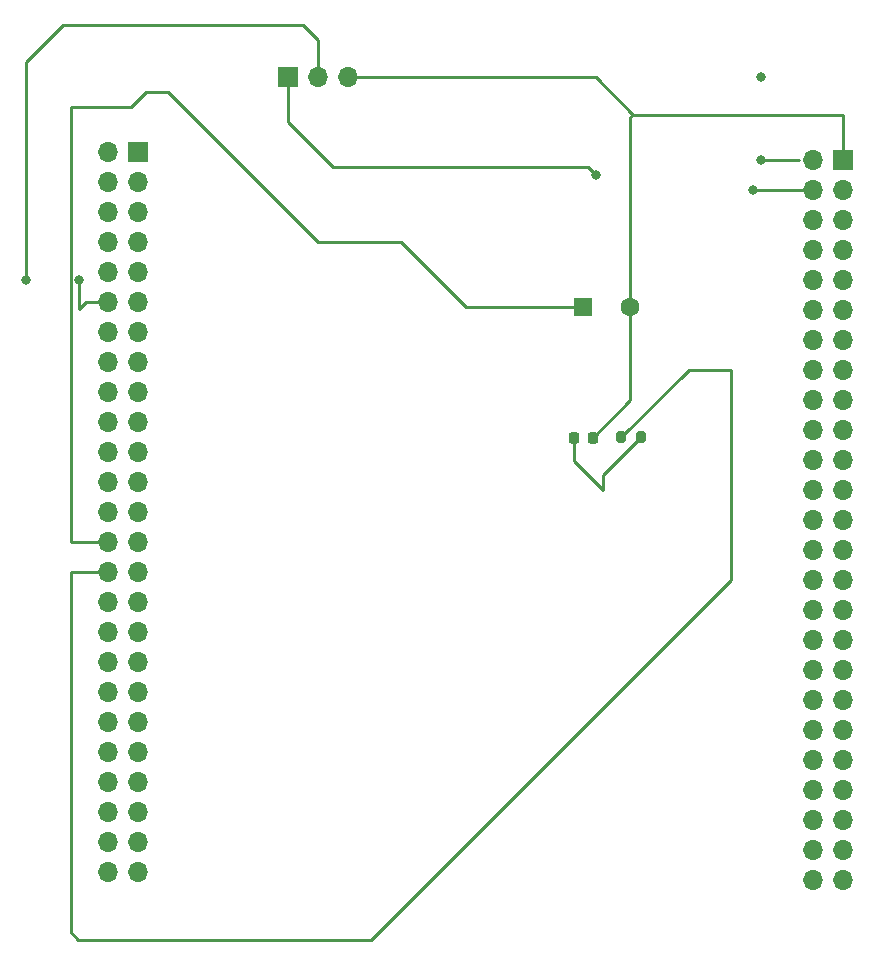
<source format=gbr>
%TF.GenerationSoftware,KiCad,Pcbnew,7.0.1*%
%TF.CreationDate,2023-05-31T19:04:53-06:00*%
%TF.ProjectId,Phase_D_STM_Shield,50686173-655f-4445-9f53-544d5f536869,rev?*%
%TF.SameCoordinates,Original*%
%TF.FileFunction,Copper,L1,Top*%
%TF.FilePolarity,Positive*%
%FSLAX46Y46*%
G04 Gerber Fmt 4.6, Leading zero omitted, Abs format (unit mm)*
G04 Created by KiCad (PCBNEW 7.0.1) date 2023-05-31 19:04:53*
%MOMM*%
%LPD*%
G01*
G04 APERTURE LIST*
G04 Aperture macros list*
%AMRoundRect*
0 Rectangle with rounded corners*
0 $1 Rounding radius*
0 $2 $3 $4 $5 $6 $7 $8 $9 X,Y pos of 4 corners*
0 Add a 4 corners polygon primitive as box body*
4,1,4,$2,$3,$4,$5,$6,$7,$8,$9,$2,$3,0*
0 Add four circle primitives for the rounded corners*
1,1,$1+$1,$2,$3*
1,1,$1+$1,$4,$5*
1,1,$1+$1,$6,$7*
1,1,$1+$1,$8,$9*
0 Add four rect primitives between the rounded corners*
20,1,$1+$1,$2,$3,$4,$5,0*
20,1,$1+$1,$4,$5,$6,$7,0*
20,1,$1+$1,$6,$7,$8,$9,0*
20,1,$1+$1,$8,$9,$2,$3,0*%
G04 Aperture macros list end*
%TA.AperFunction,ComponentPad*%
%ADD10R,1.700000X1.700000*%
%TD*%
%TA.AperFunction,ComponentPad*%
%ADD11O,1.700000X1.700000*%
%TD*%
%TA.AperFunction,SMDPad,CuDef*%
%ADD12RoundRect,0.218750X-0.218750X-0.256250X0.218750X-0.256250X0.218750X0.256250X-0.218750X0.256250X0*%
%TD*%
%TA.AperFunction,ComponentPad*%
%ADD13R,1.600000X1.600000*%
%TD*%
%TA.AperFunction,ComponentPad*%
%ADD14C,1.600000*%
%TD*%
%TA.AperFunction,SMDPad,CuDef*%
%ADD15RoundRect,0.200000X-0.200000X-0.275000X0.200000X-0.275000X0.200000X0.275000X-0.200000X0.275000X0*%
%TD*%
%TA.AperFunction,ViaPad*%
%ADD16C,0.800000*%
%TD*%
%TA.AperFunction,Conductor*%
%ADD17C,0.250000*%
%TD*%
G04 APERTURE END LIST*
D10*
%TO.P,J2,1,Pin_1*%
%TO.N,GND*%
X151765000Y-42545000D03*
D11*
%TO.P,J2,2,Pin_2*%
X149225000Y-42545000D03*
%TO.P,J2,3,Pin_3*%
%TO.N,+5V*%
X151765000Y-45085000D03*
%TO.P,J2,4,Pin_4*%
X149225000Y-45085000D03*
%TO.P,J2,5,Pin_5*%
%TO.N,+3V0*%
X151765000Y-47625000D03*
%TO.P,J2,6,Pin_6*%
X149225000Y-47625000D03*
%TO.P,J2,7,Pin_7*%
%TO.N,unconnected-(J2-Pin_7-Pad7)*%
X151765000Y-50165000D03*
%TO.P,J2,8,Pin_8*%
%TO.N,unconnected-(J2-Pin_8-Pad8)*%
X149225000Y-50165000D03*
%TO.P,J2,9,Pin_9*%
%TO.N,unconnected-(J2-Pin_9-Pad9)*%
X151765000Y-52705000D03*
%TO.P,J2,10,Pin_10*%
%TO.N,unconnected-(J2-Pin_10-Pad10)*%
X149225000Y-52705000D03*
%TO.P,J2,11,Pin_11*%
%TO.N,unconnected-(J2-Pin_11-Pad11)*%
X151765000Y-55245000D03*
%TO.P,J2,12,Pin_12*%
%TO.N,unconnected-(J2-Pin_12-Pad12)*%
X149225000Y-55245000D03*
%TO.P,J2,13,Pin_13*%
%TO.N,unconnected-(J2-Pin_13-Pad13)*%
X151765000Y-57785000D03*
%TO.P,J2,14,Pin_14*%
%TO.N,unconnected-(J2-Pin_14-Pad14)*%
X149225000Y-57785000D03*
%TO.P,J2,15,Pin_15*%
%TO.N,unconnected-(J2-Pin_15-Pad15)*%
X151765000Y-60325000D03*
%TO.P,J2,16,Pin_16*%
%TO.N,unconnected-(J2-Pin_16-Pad16)*%
X149225000Y-60325000D03*
%TO.P,J2,17,Pin_17*%
%TO.N,unconnected-(J2-Pin_17-Pad17)*%
X151765000Y-62865000D03*
%TO.P,J2,18,Pin_18*%
%TO.N,unconnected-(J2-Pin_18-Pad18)*%
X149225000Y-62865000D03*
%TO.P,J2,19,Pin_19*%
%TO.N,unconnected-(J2-Pin_19-Pad19)*%
X151765000Y-65405000D03*
%TO.P,J2,20,Pin_20*%
%TO.N,unconnected-(J2-Pin_20-Pad20)*%
X149225000Y-65405000D03*
%TO.P,J2,21,Pin_21*%
%TO.N,unconnected-(J2-Pin_21-Pad21)*%
X151765000Y-67945000D03*
%TO.P,J2,22,Pin_22*%
%TO.N,unconnected-(J2-Pin_22-Pad22)*%
X149225000Y-67945000D03*
%TO.P,J2,23,Pin_23*%
%TO.N,unconnected-(J2-Pin_23-Pad23)*%
X151765000Y-70485000D03*
%TO.P,J2,24,Pin_24*%
%TO.N,unconnected-(J2-Pin_24-Pad24)*%
X149225000Y-70485000D03*
%TO.P,J2,25,Pin_25*%
%TO.N,unconnected-(J2-Pin_25-Pad25)*%
X151765000Y-73025000D03*
%TO.P,J2,26,Pin_26*%
%TO.N,unconnected-(J2-Pin_26-Pad26)*%
X149225000Y-73025000D03*
%TO.P,J2,27,Pin_27*%
%TO.N,unconnected-(J2-Pin_27-Pad27)*%
X151765000Y-75565000D03*
%TO.P,J2,28,Pin_28*%
%TO.N,unconnected-(J2-Pin_28-Pad28)*%
X149225000Y-75565000D03*
%TO.P,J2,29,Pin_29*%
%TO.N,unconnected-(J2-Pin_29-Pad29)*%
X151765000Y-78105000D03*
%TO.P,J2,30,Pin_30*%
%TO.N,unconnected-(J2-Pin_30-Pad30)*%
X149225000Y-78105000D03*
%TO.P,J2,31,Pin_31*%
%TO.N,unconnected-(J2-Pin_31-Pad31)*%
X151765000Y-80645000D03*
%TO.P,J2,32,Pin_32*%
%TO.N,unconnected-(J2-Pin_32-Pad32)*%
X149225000Y-80645000D03*
%TO.P,J2,33,Pin_33*%
%TO.N,unconnected-(J2-Pin_33-Pad33)*%
X151765000Y-83185000D03*
%TO.P,J2,34,Pin_34*%
%TO.N,unconnected-(J2-Pin_34-Pad34)*%
X149225000Y-83185000D03*
%TO.P,J2,35,Pin_35*%
%TO.N,unconnected-(J2-Pin_35-Pad35)*%
X151765000Y-85725000D03*
%TO.P,J2,36,Pin_36*%
%TO.N,unconnected-(J2-Pin_36-Pad36)*%
X149225000Y-85725000D03*
%TO.P,J2,37,Pin_37*%
%TO.N,unconnected-(J2-Pin_37-Pad37)*%
X151765000Y-88265000D03*
%TO.P,J2,38,Pin_38*%
%TO.N,unconnected-(J2-Pin_38-Pad38)*%
X149225000Y-88265000D03*
%TO.P,J2,39,Pin_39*%
%TO.N,unconnected-(J2-Pin_39-Pad39)*%
X151765000Y-90805000D03*
%TO.P,J2,40,Pin_40*%
%TO.N,unconnected-(J2-Pin_40-Pad40)*%
X149225000Y-90805000D03*
%TO.P,J2,41,Pin_41*%
%TO.N,unconnected-(J2-Pin_41-Pad41)*%
X151765000Y-93345000D03*
%TO.P,J2,42,Pin_42*%
%TO.N,unconnected-(J2-Pin_42-Pad42)*%
X149225000Y-93345000D03*
%TO.P,J2,43,Pin_43*%
%TO.N,unconnected-(J2-Pin_43-Pad43)*%
X151765000Y-95885000D03*
%TO.P,J2,44,Pin_44*%
%TO.N,unconnected-(J2-Pin_44-Pad44)*%
X149225000Y-95885000D03*
%TO.P,J2,45,Pin_45*%
%TO.N,unconnected-(J2-Pin_45-Pad45)*%
X151765000Y-98425000D03*
%TO.P,J2,46,Pin_46*%
%TO.N,unconnected-(J2-Pin_46-Pad46)*%
X149225000Y-98425000D03*
%TO.P,J2,47,Pin_47*%
%TO.N,unconnected-(J2-Pin_47-Pad47)*%
X151765000Y-100965000D03*
%TO.P,J2,48,Pin_48*%
%TO.N,unconnected-(J2-Pin_48-Pad48)*%
X149225000Y-100965000D03*
%TO.P,J2,49,Pin_49*%
%TO.N,GND*%
X151765000Y-103505000D03*
%TO.P,J2,50,Pin_50*%
X149225000Y-103505000D03*
%TD*%
D12*
%TO.P,D1,1,K*%
%TO.N,Net-(D1-K)*%
X128997500Y-66080000D03*
%TO.P,D1,2,A*%
%TO.N,GND*%
X130572500Y-66080000D03*
%TD*%
D10*
%TO.P,MOTION_SENSOR1,1,VCC*%
%TO.N,+5V*%
X104775000Y-35560000D03*
D11*
%TO.P,MOTION_SENSOR1,2,OUT*%
%TO.N,OUT*%
X107315000Y-35560000D03*
%TO.P,MOTION_SENSOR1,3,GND*%
%TO.N,GND*%
X109855000Y-35560000D03*
%TD*%
D13*
%TO.P,BZ1,1,-*%
%TO.N,BUZZER*%
X129745000Y-55065000D03*
D14*
%TO.P,BZ1,2,+*%
%TO.N,GND*%
X133745000Y-55065000D03*
%TD*%
D10*
%TO.P,J1,1,Pin_1*%
%TO.N,GND*%
X92075000Y-41910000D03*
D11*
%TO.P,J1,2,Pin_2*%
X89535000Y-41910000D03*
%TO.P,J1,3,Pin_3*%
%TO.N,unconnected-(J1-Pin_3-Pad3)*%
X92075000Y-44450000D03*
%TO.P,J1,4,Pin_4*%
%TO.N,unconnected-(J1-Pin_4-Pad4)*%
X89535000Y-44450000D03*
%TO.P,J1,5,Pin_5*%
%TO.N,unconnected-(J1-Pin_5-Pad5)*%
X92075000Y-46990000D03*
%TO.P,J1,6,Pin_6*%
%TO.N,GND*%
X89535000Y-46990000D03*
%TO.P,J1,7,Pin_7*%
%TO.N,unconnected-(J1-Pin_7-Pad7)*%
X92075000Y-49530000D03*
%TO.P,J1,8,Pin_8*%
%TO.N,unconnected-(J1-Pin_8-Pad8)*%
X89535000Y-49530000D03*
%TO.P,J1,9,Pin_9*%
%TO.N,unconnected-(J1-Pin_9-Pad9)*%
X92075000Y-52070000D03*
%TO.P,J1,10,Pin_10*%
%TO.N,unconnected-(J1-Pin_10-Pad10)*%
X89535000Y-52070000D03*
%TO.P,J1,11,Pin_11*%
%TO.N,unconnected-(J1-Pin_11-Pad11)*%
X92075000Y-54610000D03*
%TO.P,J1,12,Pin_12*%
%TO.N,OUT*%
X89535000Y-54610000D03*
%TO.P,J1,13,Pin_13*%
%TO.N,unconnected-(J1-Pin_13-Pad13)*%
X92075000Y-57150000D03*
%TO.P,J1,14,Pin_14*%
%TO.N,unconnected-(J1-Pin_14-Pad14)*%
X89535000Y-57150000D03*
%TO.P,J1,15,Pin_15*%
%TO.N,unconnected-(J1-Pin_15-Pad15)*%
X92075000Y-59690000D03*
%TO.P,J1,16,Pin_16*%
%TO.N,unconnected-(J1-Pin_16-Pad16)*%
X89535000Y-59690000D03*
%TO.P,J1,17,Pin_17*%
%TO.N,unconnected-(J1-Pin_17-Pad17)*%
X92075000Y-62230000D03*
%TO.P,J1,18,Pin_18*%
%TO.N,unconnected-(J1-Pin_18-Pad18)*%
X89535000Y-62230000D03*
%TO.P,J1,19,Pin_19*%
%TO.N,unconnected-(J1-Pin_19-Pad19)*%
X92075000Y-64770000D03*
%TO.P,J1,20,Pin_20*%
%TO.N,unconnected-(J1-Pin_20-Pad20)*%
X89535000Y-64770000D03*
%TO.P,J1,21,Pin_21*%
%TO.N,unconnected-(J1-Pin_21-Pad21)*%
X92075000Y-67310000D03*
%TO.P,J1,22,Pin_22*%
%TO.N,unconnected-(J1-Pin_22-Pad22)*%
X89535000Y-67310000D03*
%TO.P,J1,23,Pin_23*%
%TO.N,unconnected-(J1-Pin_23-Pad23)*%
X92075000Y-69850000D03*
%TO.P,J1,24,Pin_24*%
%TO.N,GND*%
X89535000Y-69850000D03*
%TO.P,J1,25,Pin_25*%
%TO.N,unconnected-(J1-Pin_25-Pad25)*%
X92075000Y-72390000D03*
%TO.P,J1,26,Pin_26*%
%TO.N,unconnected-(J1-Pin_26-Pad26)*%
X89535000Y-72390000D03*
%TO.P,J1,27,Pin_27*%
%TO.N,unconnected-(J1-Pin_27-Pad27)*%
X92075000Y-74930000D03*
%TO.P,J1,28,Pin_28*%
%TO.N,BUZZER*%
X89535000Y-74930000D03*
%TO.P,J1,29,Pin_29*%
%TO.N,unconnected-(J1-Pin_29-Pad29)*%
X92075000Y-77470000D03*
%TO.P,J1,30,Pin_30*%
%TO.N,GREEN_LED*%
X89535000Y-77470000D03*
%TO.P,J1,31,Pin_31*%
%TO.N,unconnected-(J1-Pin_31-Pad31)*%
X92075000Y-80010000D03*
%TO.P,J1,32,Pin_32*%
%TO.N,unconnected-(J1-Pin_32-Pad32)*%
X89535000Y-80010000D03*
%TO.P,J1,33,Pin_33*%
%TO.N,unconnected-(J1-Pin_33-Pad33)*%
X92075000Y-82550000D03*
%TO.P,J1,34,Pin_34*%
%TO.N,unconnected-(J1-Pin_34-Pad34)*%
X89535000Y-82550000D03*
%TO.P,J1,35,Pin_35*%
%TO.N,unconnected-(J1-Pin_35-Pad35)*%
X92075000Y-85090000D03*
%TO.P,J1,36,Pin_36*%
%TO.N,unconnected-(J1-Pin_36-Pad36)*%
X89535000Y-85090000D03*
%TO.P,J1,37,Pin_37*%
%TO.N,unconnected-(J1-Pin_37-Pad37)*%
X92075000Y-87630000D03*
%TO.P,J1,38,Pin_38*%
%TO.N,unconnected-(J1-Pin_38-Pad38)*%
X89535000Y-87630000D03*
%TO.P,J1,39,Pin_39*%
%TO.N,unconnected-(J1-Pin_39-Pad39)*%
X92075000Y-90170000D03*
%TO.P,J1,40,Pin_40*%
%TO.N,unconnected-(J1-Pin_40-Pad40)*%
X89535000Y-90170000D03*
%TO.P,J1,41,Pin_41*%
%TO.N,unconnected-(J1-Pin_41-Pad41)*%
X92075000Y-92710000D03*
%TO.P,J1,42,Pin_42*%
%TO.N,unconnected-(J1-Pin_42-Pad42)*%
X89535000Y-92710000D03*
%TO.P,J1,43,Pin_43*%
%TO.N,unconnected-(J1-Pin_43-Pad43)*%
X92075000Y-95250000D03*
%TO.P,J1,44,Pin_44*%
%TO.N,unconnected-(J1-Pin_44-Pad44)*%
X89535000Y-95250000D03*
%TO.P,J1,45,Pin_45*%
%TO.N,unconnected-(J1-Pin_45-Pad45)*%
X92075000Y-97790000D03*
%TO.P,J1,46,Pin_46*%
%TO.N,unconnected-(J1-Pin_46-Pad46)*%
X89535000Y-97790000D03*
%TO.P,J1,47,Pin_47*%
%TO.N,unconnected-(J1-Pin_47-Pad47)*%
X92075000Y-100330000D03*
%TO.P,J1,48,Pin_48*%
%TO.N,unconnected-(J1-Pin_48-Pad48)*%
X89535000Y-100330000D03*
%TO.P,J1,49,Pin_49*%
%TO.N,GND*%
X92075000Y-102870000D03*
%TO.P,J1,50,Pin_50*%
X89535000Y-102870000D03*
%TD*%
D15*
%TO.P,R1,1*%
%TO.N,GREEN_LED*%
X132970000Y-66040000D03*
%TO.P,R1,2*%
%TO.N,Net-(D1-K)*%
X134620000Y-66040000D03*
%TD*%
D16*
%TO.N,GND*%
X144780000Y-35560000D03*
X144780000Y-42545000D03*
%TO.N,+5V*%
X130810000Y-43815000D03*
X144145000Y-45085000D03*
%TO.N,OUT*%
X87084500Y-52705000D03*
X82550000Y-52705000D03*
%TD*%
D17*
%TO.N,GND*%
X151765000Y-38735000D02*
X151765000Y-42545000D01*
%TO.N,OUT*%
X87084500Y-55155500D02*
X87630000Y-54610000D01*
X87084500Y-52705000D02*
X87084500Y-55155500D01*
X87630000Y-54610000D02*
X89535000Y-54610000D01*
%TO.N,+5V*%
X144145000Y-45085000D02*
X149225000Y-45085000D01*
%TO.N,GND*%
X130810000Y-35560000D02*
X133985000Y-38735000D01*
X133745000Y-62907500D02*
X133745000Y-55065000D01*
X133745000Y-55065000D02*
X133745000Y-38975000D01*
X144780000Y-42545000D02*
X148050000Y-42545000D01*
X133745000Y-38975000D02*
X133985000Y-38735000D01*
X109855000Y-35560000D02*
X130810000Y-35560000D01*
X133985000Y-38735000D02*
X151765000Y-38735000D01*
X130572500Y-66080000D02*
X133745000Y-62907500D01*
%TO.N,GREEN_LED*%
X86360000Y-107950000D02*
X86360000Y-77470000D01*
X138685000Y-60325000D02*
X142240000Y-60325000D01*
X142240000Y-60325000D02*
X142240000Y-78105000D01*
X86360000Y-77470000D02*
X89535000Y-77470000D01*
X86995000Y-108585000D02*
X86360000Y-107950000D01*
X111760000Y-108585000D02*
X86995000Y-108585000D01*
X132970000Y-66040000D02*
X138685000Y-60325000D01*
X142240000Y-78105000D02*
X111760000Y-108585000D01*
%TO.N,+5V*%
X104775000Y-39370000D02*
X104775000Y-35560000D01*
X130175000Y-43180000D02*
X130810000Y-43815000D01*
X104775000Y-39370000D02*
X108585000Y-43180000D01*
X108585000Y-43180000D02*
X130175000Y-43180000D01*
%TO.N,BUZZER*%
X86360000Y-74930000D02*
X89535000Y-74930000D01*
X107315000Y-49530000D02*
X94615000Y-36830000D01*
X91440000Y-38100000D02*
X86360000Y-38100000D01*
X92710000Y-36830000D02*
X91440000Y-38100000D01*
X86360000Y-38100000D02*
X86360000Y-74930000D01*
X129745000Y-55065000D02*
X119835000Y-55065000D01*
X114300000Y-49530000D02*
X107315000Y-49530000D01*
X94615000Y-36830000D02*
X92710000Y-36830000D01*
X119835000Y-55065000D02*
X114300000Y-49530000D01*
%TO.N,Net-(D1-K)*%
X131445000Y-69215000D02*
X131445000Y-70485000D01*
X128997500Y-68037500D02*
X128997500Y-66080000D01*
X131445000Y-70485000D02*
X128997500Y-68037500D01*
X134620000Y-66040000D02*
X131445000Y-69215000D01*
%TO.N,OUT*%
X106045000Y-31115000D02*
X107315000Y-32385000D01*
X107315000Y-32385000D02*
X107315000Y-35560000D01*
X82550000Y-52705000D02*
X82550000Y-34290000D01*
X85725000Y-31115000D02*
X106045000Y-31115000D01*
X82550000Y-34290000D02*
X85725000Y-31115000D01*
%TD*%
M02*

</source>
